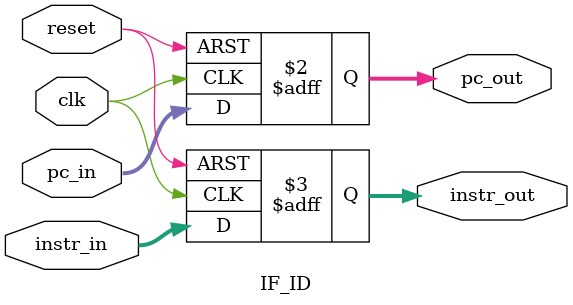
<source format=v>
`timescale 1ns / 1ps


module IF_ID(input clk, reset,
    input [31:0] pc_in, instr_in,
    output reg [31:0] pc_out, instr_out);
    always @(posedge clk or posedge reset) begin
        if (reset) begin
            pc_out <= 0;
            instr_out <= 0;
        end else begin
            pc_out <= pc_in;
            instr_out <= instr_in;
        end
    end
endmodule

</source>
